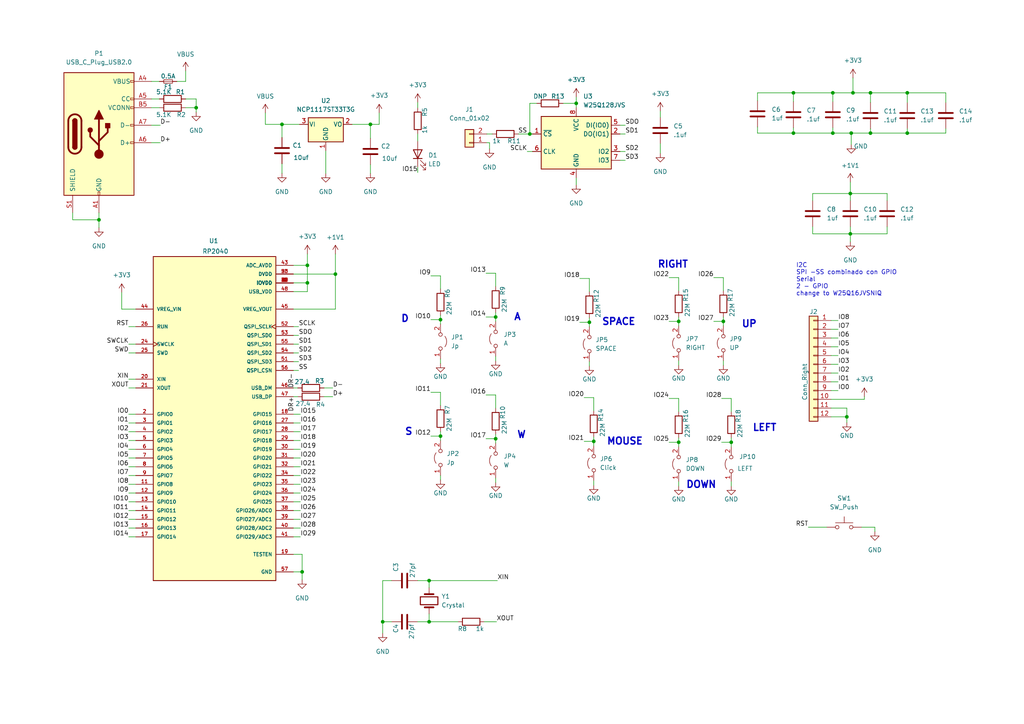
<source format=kicad_sch>
(kicad_sch (version 20230121) (generator eeschema)
  (paper "A4")
  (lib_symbols
    (symbol "Connector:USB_C_Plug_USB2.0" (pin_names (offset 1.016))
      (property "Reference" "P" (at -10.16 19.05 0))
      (property "Value" "USB_C_Plug_USB2.0" (at 12.7 19.05 0))
      (symbol "USB_C_Plug_USB2.0_1_1"
        (pin passive line (at 0 -22.86 90) (length 5.08) (name "GND") (number "A1"))
        (pin passive line (at 0 -22.86 90) (length 5.08) hide (name "GND") (number "A12"))
        (pin passive line (at 15.24 15.24 180) (length 5.08) (name "VBUS") (number "A4"))
        (pin bidirectional line (at 15.24 10.16 180) (length 5.08) (name "CC") (number "A5"))
        (pin bidirectional line (at 15.24 -2.54 180) (length 5.08) (name "D+") (number "A6"))
        (pin bidirectional line (at 15.24 2.54 180) (length 5.08) (name "D-") (number "A7"))
        (pin passive line (at 15.24 15.24 180) (length 5.08) hide (name "VBUS") (number "A9"))
        (pin passive line (at 0 -22.86 90) (length 5.08) hide (name "GND") (number "B1"))
        (pin passive line (at 0 -22.86 90) (length 5.08) hide (name "GND") (number "B12"))
        (pin passive line (at 15.24 15.24 180) (length 5.08) hide (name "VBUS") (number "B4"))
        (pin bidirectional line (at 15.24 7.62 180) (length 5.08) (name "VCONN") (number "B5"))
        (pin passive line (at 15.24 15.24 180) (length 5.08) hide (name "VBUS") (number "B9"))
        (pin passive line (at -7.62 -22.86 90) (length 5.08) (name "SHIELD") (number "S1"))
      )
    )
    (symbol "Connector_Generic:Conn_01x02" (pin_names (offset 1.016) hide)
      (property "Reference" "J" (at 0 2.54 0))
      (property "Value" "Conn_01x02" (at 0 -5.08 0))
      (symbol "Conn_01x02_1_1"
        (pin passive line (at -5.08 0 0) (length 3.81) (name "Pin_1") (number "1"))
        (pin passive line (at -5.08 -2.54 0) (length 3.81) (name "Pin_2") (number "2"))
      )
    )
    (symbol "Connector_Generic:Conn_01x12" (pin_names (offset 1.016) hide)
      (property "Reference" "J" (at 0 15.24 0))
      (property "Value" "Conn_01x12" (at 0 -17.78 0))
      (symbol "Conn_01x12_1_1"
        (pin passive line (at -5.08 12.7 0) (length 3.81) (name "Pin_1") (number "1"))
        (pin passive line (at -5.08 -10.16 0) (length 3.81) (name "Pin_10") (number "10"))
        (pin passive line (at -5.08 -12.7 0) (length 3.81) (name "Pin_11") (number "11"))
        (pin passive line (at -5.08 -15.24 0) (length 3.81) (name "Pin_12") (number "12"))
        (pin passive line (at -5.08 10.16 0) (length 3.81) (name "Pin_2") (number "2"))
        (pin passive line (at -5.08 7.62 0) (length 3.81) (name "Pin_3") (number "3"))
        (pin passive line (at -5.08 5.08 0) (length 3.81) (name "Pin_4") (number "4"))
        (pin passive line (at -5.08 2.54 0) (length 3.81) (name "Pin_5") (number "5"))
        (pin passive line (at -5.08 0 0) (length 3.81) (name "Pin_6") (number "6"))
        (pin passive line (at -5.08 -2.54 0) (length 3.81) (name "Pin_7") (number "7"))
        (pin passive line (at -5.08 -5.08 0) (length 3.81) (name "Pin_8") (number "8"))
        (pin passive line (at -5.08 -7.62 0) (length 3.81) (name "Pin_9") (number "9"))
      )
    )
    (symbol "Device:C" (pin_numbers hide) (pin_names (offset 0.254))
      (property "Reference" "C" (at 0.635 2.54 0))
      (property "Value" "C" (at 0.635 -2.54 0))
      (symbol "C_1_1"
        (pin passive line (at 0 3.81 270) (length 2.794) (name "~") (number "1"))
        (pin passive line (at 0 -3.81 90) (length 2.794) (name "~") (number "2"))
      )
    )
    (symbol "Device:Crystal" (pin_numbers hide) (pin_names (offset 1.016) hide)
      (property "Reference" "Y" (at 0 3.81 0))
      (property "Value" "Crystal" (at 0 -3.81 0))
      (symbol "Crystal_1_1"
        (pin passive line (at -3.81 0 0) (length 1.27) (name "1") (number "1"))
        (pin passive line (at 3.81 0 180) (length 1.27) (name "2") (number "2"))
      )
    )
    (symbol "Device:Fuse_Small" (pin_numbers hide) (pin_names (offset 0.254) hide)
      (property "Reference" "F" (at 0 -1.524 0))
      (property "Value" "Fuse_Small" (at 0 1.524 0))
      (symbol "Fuse_Small_1_1"
        (pin passive line (at -2.54 0 0) (length 1.27) (name "~") (number "1"))
        (pin passive line (at 2.54 0 180) (length 1.27) (name "~") (number "2"))
      )
    )
    (symbol "Device:LED" (pin_numbers hide) (pin_names (offset 1.016) hide)
      (property "Reference" "D" (at 0 2.54 0))
      (property "Value" "LED" (at 0 -2.54 0))
      (symbol "LED_1_1"
        (pin passive line (at -3.81 0 0) (length 2.54) (name "K") (number "1"))
        (pin passive line (at 3.81 0 180) (length 2.54) (name "A") (number "2"))
      )
    )
    (symbol "Device:R" (pin_numbers hide) (pin_names (offset 0))
      (property "Reference" "R" (at 2.032 0 90))
      (property "Value" "R" (at 0 0 90))
      (symbol "R_1_1"
        (pin passive line (at 0 3.81 270) (length 1.27) (name "~") (number "1"))
        (pin passive line (at 0 -3.81 90) (length 1.27) (name "~") (number "2"))
      )
    )
    (symbol "Jumper:Jumper_2_Open" (pin_names (offset 0) hide)
      (property "Reference" "JP" (at 0 2.794 0))
      (property "Value" "Jumper_2_Open" (at 0 -2.286 0))
      (symbol "Jumper_2_Open_1_1"
        (pin passive line (at -5.08 0 0) (length 2.54) (name "A") (number "1"))
        (pin passive line (at 5.08 0 180) (length 2.54) (name "B") (number "2"))
      )
    )
    (symbol "Memory_Flash:W25Q128JVS"
      (property "Reference" "U" (at -8.89 8.89 0))
      (property "Value" "W25Q128JVS" (at 7.62 8.89 0))
      (symbol "W25Q128JVS_1_1"
        (pin input line (at -12.7 2.54 0) (length 2.54) (name "~{CS}") (number "1"))
        (pin bidirectional line (at 12.7 2.54 180) (length 2.54) (name "DO(IO1)") (number "2"))
        (pin bidirectional line (at 12.7 -2.54 180) (length 2.54) (name "IO2") (number "3"))
        (pin power_in line (at 0 -10.16 90) (length 2.54) (name "GND") (number "4"))
        (pin bidirectional line (at 12.7 5.08 180) (length 2.54) (name "DI(IO0)") (number "5"))
        (pin input line (at -12.7 -2.54 0) (length 2.54) (name "CLK") (number "6"))
        (pin bidirectional line (at 12.7 -5.08 180) (length 2.54) (name "IO3") (number "7"))
        (pin power_in line (at 0 10.16 270) (length 2.54) (name "VCC") (number "8"))
      )
    )
    (symbol "RP2040:RP2040" (pin_names (offset 1.016))
      (property "Reference" "U" (at -17.78 50.8 0))
      (property "Value" "RP2040" (at -17.78 -48.26 0))
      (symbol "RP2040_0_0"
        (pin power_in line (at 22.86 40.64 180) (length 5.08) (name "IOVDD") (number "1"))
        (pin power_in line (at 22.86 40.64 180) (length 5.08) (name "IOVDD") (number "10"))
        (pin bidirectional line (at -22.86 -17.78 0) (length 5.08) (name "GPIO8") (number "11"))
        (pin bidirectional line (at -22.86 -20.32 0) (length 5.08) (name "GPIO9") (number "12"))
        (pin bidirectional line (at -22.86 -22.86 0) (length 5.08) (name "GPIO10") (number "13"))
        (pin bidirectional line (at -22.86 -25.4 0) (length 5.08) (name "GPIO11") (number "14"))
        (pin bidirectional line (at -22.86 -27.94 0) (length 5.08) (name "GPIO12") (number "15"))
        (pin bidirectional line (at -22.86 -30.48 0) (length 5.08) (name "GPIO13") (number "16"))
        (pin bidirectional line (at -22.86 -33.02 0) (length 5.08) (name "GPIO14") (number "17"))
        (pin bidirectional line (at 22.86 2.54 180) (length 5.08) (name "GPIO15") (number "18"))
        (pin passive line (at 22.86 -38.1 180) (length 5.08) (name "TESTEN") (number "19"))
        (pin bidirectional line (at -22.86 2.54 0) (length 5.08) (name "GPIO0") (number "2"))
        (pin input line (at -22.86 12.7 0) (length 5.08) (name "XIN") (number "20"))
        (pin output line (at -22.86 10.16 0) (length 5.08) (name "XOUT") (number "21"))
        (pin power_in line (at 22.86 40.64 180) (length 5.08) (name "IOVDD") (number "22"))
        (pin power_in line (at 22.86 43.18 180) (length 5.08) (name "DVDD") (number "23"))
        (pin input clock (at -22.86 22.86 0) (length 5.08) (name "SWCLK") (number "24"))
        (pin bidirectional line (at -22.86 20.32 0) (length 5.08) (name "SWD") (number "25"))
        (pin input line (at -22.86 27.94 0) (length 5.08) (name "RUN") (number "26"))
        (pin bidirectional line (at 22.86 0 180) (length 5.08) (name "GPIO16") (number "27"))
        (pin bidirectional line (at 22.86 -2.54 180) (length 5.08) (name "GPIO17") (number "28"))
        (pin bidirectional line (at 22.86 -5.08 180) (length 5.08) (name "GPIO18") (number "29"))
        (pin bidirectional line (at -22.86 0 0) (length 5.08) (name "GPIO1") (number "3"))
        (pin bidirectional line (at 22.86 -7.62 180) (length 5.08) (name "GPIO19") (number "30"))
        (pin bidirectional line (at 22.86 -10.16 180) (length 5.08) (name "GPIO20") (number "31"))
        (pin bidirectional line (at 22.86 -12.7 180) (length 5.08) (name "GPIO21") (number "32"))
        (pin power_in line (at 22.86 40.64 180) (length 5.08) (name "IOVDD") (number "33"))
        (pin bidirectional line (at 22.86 -15.24 180) (length 5.08) (name "GPIO22") (number "34"))
        (pin bidirectional line (at 22.86 -17.78 180) (length 5.08) (name "GPIO23") (number "35"))
        (pin bidirectional line (at 22.86 -20.32 180) (length 5.08) (name "GPIO24") (number "36"))
        (pin bidirectional line (at 22.86 -22.86 180) (length 5.08) (name "GPIO25") (number "37"))
        (pin bidirectional line (at 22.86 -25.4 180) (length 5.08) (name "GPIO26/ADC0") (number "38"))
        (pin bidirectional line (at 22.86 -27.94 180) (length 5.08) (name "GPIO27/ADC1") (number "39"))
        (pin bidirectional line (at -22.86 -2.54 0) (length 5.08) (name "GPIO2") (number "4"))
        (pin bidirectional line (at 22.86 -30.48 180) (length 5.08) (name "GPIO28/ADC2") (number "40"))
        (pin bidirectional line (at 22.86 -33.02 180) (length 5.08) (name "GPIO29/ADC3") (number "41"))
        (pin power_in line (at 22.86 40.64 180) (length 5.08) (name "IOVDD") (number "42"))
        (pin power_in line (at 22.86 45.72 180) (length 5.08) (name "ADC_AVDD") (number "43"))
        (pin input line (at -22.86 33.02 0) (length 5.08) (name "VREG_VIN") (number "44"))
        (pin output line (at 22.86 33.02 180) (length 5.08) (name "VREG_VOUT") (number "45"))
        (pin bidirectional line (at 22.86 10.16 180) (length 5.08) (name "USB_DM") (number "46"))
        (pin bidirectional line (at 22.86 7.62 180) (length 5.08) (name "USB_DP") (number "47"))
        (pin power_in line (at 22.86 38.1 180) (length 5.08) (name "USB_VDD") (number "48"))
        (pin power_in line (at 22.86 40.64 180) (length 5.08) (name "IOVDD") (number "49"))
        (pin bidirectional line (at -22.86 -5.08 0) (length 5.08) (name "GPIO3") (number "5"))
        (pin power_in line (at 22.86 43.18 180) (length 5.08) (name "DVDD") (number "50"))
        (pin bidirectional line (at 22.86 17.78 180) (length 5.08) (name "QSPI_SD3") (number "51"))
        (pin bidirectional clock (at 22.86 27.94 180) (length 5.08) (name "QSPI_SCLK") (number "52"))
        (pin bidirectional line (at 22.86 25.4 180) (length 5.08) (name "QSPI_SD0") (number "53"))
        (pin bidirectional line (at 22.86 20.32 180) (length 5.08) (name "QSPI_SD2") (number "54"))
        (pin bidirectional line (at 22.86 22.86 180) (length 5.08) (name "QSPI_SD1") (number "55"))
        (pin bidirectional line (at 22.86 15.24 180) (length 5.08) (name "QSPI_CSN") (number "56"))
        (pin power_in line (at 22.86 -43.18 180) (length 5.08) (name "GND") (number "57"))
        (pin bidirectional line (at -22.86 -7.62 0) (length 5.08) (name "GPIO4") (number "6"))
        (pin bidirectional line (at -22.86 -10.16 0) (length 5.08) (name "GPIO5") (number "7"))
        (pin bidirectional line (at -22.86 -12.7 0) (length 5.08) (name "GPIO6") (number "8"))
        (pin bidirectional line (at -22.86 -15.24 0) (length 5.08) (name "GPIO7") (number "9"))
      )
    )
    (symbol "Regulator_Linear:NCP1117-3.3_SOT223" (pin_names (offset 0.254))
      (property "Reference" "U" (at -3.81 3.175 0))
      (property "Value" "NCP1117-3.3_SOT223" (at 0 3.175 0))
      (symbol "NCP1117-3.3_SOT223_1_1"
        (pin power_in line (at 0 -7.62 90) (length 2.54) (name "GND") (number "1"))
        (pin power_out line (at 7.62 0 180) (length 2.54) (name "VO") (number "2"))
        (pin power_in line (at -7.62 0 0) (length 2.54) (name "VI") (number "3"))
      )
    )
    (symbol "Switch:SW_Push" (pin_numbers hide) (pin_names (offset 1.016) hide)
      (property "Reference" "SW" (at 1.27 2.54 0))
      (property "Value" "SW_Push" (at 0 -1.524 0))
      (symbol "SW_Push_0_1"
        (pin passive line (at -5.08 0 0) (length 2.54) (name "1") (number "1"))
        (pin passive line (at 5.08 0 180) (length 2.54) (name "2") (number "2"))
      )
    )
    (symbol "power:+1V1" (power) (pin_names (offset 0))
      (property "Value" "+1V1" (at 0 3.556 0))
      (symbol "+1V1_1_1"
        (pin power_in line (at 0 0 90) (length 0) hide (name "+1V1") (number "1"))
      )
    )
    (symbol "power:+3.3V" (power) (pin_names (offset 0))
      (property "Value" "+3.3V" (at 0 3.556 0))
      (symbol "+3.3V_1_1"
        (pin power_in line (at 0 0 90) (length 0) hide (name "+3V3") (number "1"))
      )
    )
    (symbol "power:GND" (power) (pin_names (offset 0))
      (property "Value" "GND" (at 0 -3.81 0))
      (symbol "GND_1_1"
        (pin power_in line (at 0 0 270) (length 0) hide (name "GND") (number "1"))
      )
    )
    (symbol "power:VBUS" (power) (pin_names (offset 0))
      (property "Value" "VBUS" (at 0 3.81 0))
      (symbol "VBUS_1_1"
        (pin power_in line (at 0 0 90) (length 0) hide (name "VBUS") (number "1"))
      )
    )
  )
  (junction (at 143.764 91.948))
  (junction (at 241.554 26.924))
  (junction (at 89.154 82.042))
  (junction (at 97.282 79.502))
  (junction (at 209.804 93.218))
  (junction (at 81.788 36.068))
  (junction (at 230.124 38.608))
  (junction (at 245.618 120.904))
  (junction (at 28.702 63.754))
  (junction (at 153.67 38.862))
  (junction (at 89.154 76.962))
  (junction (at 263.144 38.608))
  (junction (at 263.144 26.924))
  (junction (at 143.764 127.254))
  (junction (at 124.46 180.34))
  (junction (at 170.942 93.472))
  (junction (at 87.63 165.862))
  (junction (at 241.554 38.608))
  (junction (at 107.442 36.068))
  (junction (at 252.476 26.924))
  (junction (at 127.762 126.492))
  (junction (at 127.762 92.71))
  (junction (at 124.46 168.402))
  (junction (at 172.212 128.016))
  (junction (at 246.634 56.134))
  (junction (at 56.896 31.242))
  (junction (at 196.85 128.27))
  (junction (at 246.634 67.818))
  (junction (at 196.85 93.218))
  (junction (at 230.124 26.924))
  (junction (at 110.998 180.34))
  (junction (at 212.09 128.27))
  (junction (at 247.396 26.924))
  (junction (at 252.476 38.608))
  (junction (at 167.132 29.972))
  (junction (at 246.888 38.608))
  (wire (pts (xy 246.634 67.818) (xy 235.712 67.818)))
  (wire (pts (xy 85.09 137.922) (xy 87.122 137.922)))
  (wire (pts (xy 85.09 150.622) (xy 87.122 150.622)))
  (wire (pts (xy 143.764 103.378) (xy 143.764 104.648)))
  (wire (pts (xy 209.296 128.27) (xy 212.09 128.27)))
  (wire (pts (xy 141.224 38.862) (xy 142.748 38.862)))
  (wire (pts (xy 85.09 89.662) (xy 97.282 89.662)))
  (wire (pts (xy 143.764 127.254) (xy 143.764 128.524)))
  (wire (pts (xy 230.124 38.608) (xy 241.554 38.608)))
  (wire (pts (xy 85.09 155.702) (xy 87.122 155.702)))
  (wire (pts (xy 53.848 20.574) (xy 53.848 23.622)))
  (wire (pts (xy 241.046 95.504) (xy 243.078 95.504)))
  (wire (pts (xy 246.634 56.134) (xy 246.634 58.166)))
  (wire (pts (xy 37.338 153.162) (xy 39.37 153.162)))
  (wire (pts (xy 194.056 115.57) (xy 196.85 115.57)))
  (wire (pts (xy 124.968 80.01) (xy 127.762 80.01)))
  (wire (pts (xy 263.144 26.924) (xy 274.32 26.924)))
  (wire (pts (xy 85.09 145.542) (xy 87.122 145.542)))
  (wire (pts (xy 241.046 115.824) (xy 250.698 115.824)))
  (wire (pts (xy 121.158 38.862) (xy 121.158 40.894)))
  (wire (pts (xy 85.09 153.162) (xy 87.122 153.162)))
  (wire (pts (xy 170.942 104.902) (xy 170.942 106.172)))
  (wire (pts (xy 241.554 26.924) (xy 247.396 26.924)))
  (wire (pts (xy 143.764 138.684) (xy 143.764 139.954)))
  (wire (pts (xy 37.338 127.762) (xy 39.37 127.762)))
  (wire (pts (xy 167.132 51.562) (xy 167.132 53.594)))
  (wire (pts (xy 252.476 38.608) (xy 263.144 38.608)))
  (wire (pts (xy 153.67 29.972) (xy 153.67 38.862)))
  (wire (pts (xy 97.282 79.502) (xy 97.282 89.662)))
  (wire (pts (xy 37.338 155.702) (xy 39.37 155.702)))
  (wire (pts (xy 85.09 79.502) (xy 97.282 79.502)))
  (wire (pts (xy 124.968 92.71) (xy 127.762 92.71)))
  (wire (pts (xy 212.09 127) (xy 212.09 128.27)))
  (wire (pts (xy 196.85 93.218) (xy 196.85 94.488)))
  (wire (pts (xy 230.124 37.084) (xy 230.124 38.608)))
  (wire (pts (xy 196.85 91.948) (xy 196.85 93.218)))
  (wire (pts (xy 246.634 67.818) (xy 246.634 70.104)))
  (wire (pts (xy 37.338 120.142) (xy 39.37 120.142)))
  (wire (pts (xy 85.09 135.382) (xy 87.122 135.382)))
  (wire (pts (xy 85.09 122.682) (xy 87.122 122.682)))
  (wire (pts (xy 191.516 32.258) (xy 191.516 34.036)))
  (wire (pts (xy 37.338 148.082) (xy 39.37 148.082)))
  (wire (pts (xy 76.962 32.766) (xy 76.962 36.068)))
  (wire (pts (xy 246.634 65.786) (xy 246.634 67.818)))
  (wire (pts (xy 107.442 47.752) (xy 107.442 50.292)))
  (wire (pts (xy 230.124 38.608) (xy 219.71 38.608)))
  (wire (pts (xy 235.712 58.166) (xy 235.712 56.134)))
  (wire (pts (xy 252.476 26.924) (xy 263.144 26.924)))
  (wire (pts (xy 28.702 63.754) (xy 28.702 66.04)))
  (wire (pts (xy 230.124 29.464) (xy 230.124 26.924)))
  (wire (pts (xy 196.85 104.648) (xy 196.85 105.918)))
  (wire (pts (xy 85.09 104.902) (xy 86.614 104.902)))
  (wire (pts (xy 194.056 80.518) (xy 196.85 80.518)))
  (wire (pts (xy 245.618 120.904) (xy 245.618 122.555)))
  (wire (pts (xy 241.046 118.364) (xy 245.618 118.364)))
  (wire (pts (xy 127.762 117.602) (xy 127.762 113.792)))
  (wire (pts (xy 230.124 26.924) (xy 241.554 26.924)))
  (wire (pts (xy 107.442 40.132) (xy 107.442 36.068)))
  (wire (pts (xy 241.046 100.584) (xy 243.078 100.584)))
  (wire (pts (xy 121.158 180.34) (xy 124.46 180.34)))
  (wire (pts (xy 241.046 103.124) (xy 243.078 103.124)))
  (wire (pts (xy 209.804 91.948) (xy 209.804 93.218)))
  (wire (pts (xy 212.09 128.27) (xy 212.09 129.54)))
  (wire (pts (xy 155.702 29.972) (xy 153.67 29.972)))
  (wire (pts (xy 209.804 104.648) (xy 209.804 105.918)))
  (wire (pts (xy 252.476 37.338) (xy 252.476 38.608)))
  (wire (pts (xy 85.09 160.782) (xy 87.63 160.782)))
  (wire (pts (xy 241.046 108.204) (xy 243.078 108.204)))
  (wire (pts (xy 241.554 38.608) (xy 246.888 38.608)))
  (wire (pts (xy 257.302 56.134) (xy 257.302 58.166)))
  (wire (pts (xy 110.998 180.34) (xy 110.998 168.402)))
  (wire (pts (xy 141.986 43.18) (xy 141.986 41.402)))
  (wire (pts (xy 170.942 84.582) (xy 170.942 80.772)))
  (wire (pts (xy 37.338 137.922) (xy 39.37 137.922)))
  (wire (pts (xy 37.338 99.822) (xy 39.37 99.822)))
  (wire (pts (xy 168.148 80.772) (xy 170.942 80.772)))
  (wire (pts (xy 219.71 26.924) (xy 230.124 26.924)))
  (wire (pts (xy 110.998 183.642) (xy 110.998 180.34)))
  (wire (pts (xy 37.338 125.222) (xy 39.37 125.222)))
  (wire (pts (xy 35.306 89.662) (xy 39.37 89.662)))
  (wire (pts (xy 257.302 65.786) (xy 257.302 67.818)))
  (wire (pts (xy 127.762 137.922) (xy 127.762 139.192)))
  (wire (pts (xy 85.09 102.362) (xy 86.614 102.362)))
  (wire (pts (xy 127.762 83.82) (xy 127.762 80.01)))
  (wire (pts (xy 235.712 67.818) (xy 235.712 65.786)))
  (wire (pts (xy 81.788 47.498) (xy 81.788 50.292)))
  (wire (pts (xy 172.212 119.126) (xy 172.212 115.316)))
  (wire (pts (xy 163.322 29.972) (xy 167.132 29.972)))
  (wire (pts (xy 141.986 41.402) (xy 141.224 41.402)))
  (wire (pts (xy 85.09 165.862) (xy 87.63 165.862)))
  (wire (pts (xy 110.998 168.402) (xy 113.538 168.402)))
  (wire (pts (xy 143.764 83.058) (xy 143.764 79.248)))
  (wire (pts (xy 263.144 26.924) (xy 263.144 29.718)))
  (wire (pts (xy 241.554 37.084) (xy 241.554 38.608)))
  (wire (pts (xy 109.982 32.766) (xy 109.982 36.068)))
  (wire (pts (xy 37.338 135.382) (xy 39.37 135.382)))
  (wire (pts (xy 194.056 128.27) (xy 196.85 128.27)))
  (wire (pts (xy 247.396 22.606) (xy 247.396 26.924)))
  (wire (pts (xy 140.97 91.948) (xy 143.764 91.948)))
  (wire (pts (xy 37.338 145.542) (xy 39.37 145.542)))
  (wire (pts (xy 196.85 128.27) (xy 196.85 129.54)))
  (wire (pts (xy 274.32 29.718) (xy 274.32 26.924)))
  (wire (pts (xy 21.082 61.722) (xy 21.082 63.754)))
  (wire (pts (xy 241.046 105.664) (xy 243.078 105.664)))
  (wire (pts (xy 250.698 115.824) (xy 250.698 115.062)))
  (wire (pts (xy 207.01 80.518) (xy 209.804 80.518)))
  (wire (pts (xy 53.848 23.622) (xy 51.308 23.622)))
  (wire (pts (xy 127.762 126.492) (xy 127.762 127.762)))
  (wire (pts (xy 37.338 122.682) (xy 39.37 122.682)))
  (wire (pts (xy 143.764 118.364) (xy 143.764 114.554)))
  (wire (pts (xy 124.968 126.492) (xy 127.762 126.492)))
  (wire (pts (xy 196.85 127) (xy 196.85 128.27)))
  (wire (pts (xy 121.158 48.514) (xy 121.158 50.038)))
  (wire (pts (xy 85.09 132.842) (xy 87.122 132.842)))
  (wire (pts (xy 167.132 29.972) (xy 167.132 31.242)))
  (wire (pts (xy 85.09 148.082) (xy 87.122 148.082)))
  (wire (pts (xy 56.896 28.702) (xy 56.896 31.242)))
  (wire (pts (xy 35.306 84.836) (xy 35.306 89.662)))
  (wire (pts (xy 124.46 180.34) (xy 124.46 178.054)))
  (wire (pts (xy 85.09 127.762) (xy 87.122 127.762)))
  (wire (pts (xy 85.09 115.062) (xy 86.36 115.062)))
  (wire (pts (xy 109.982 36.068) (xy 107.442 36.068)))
  (wire (pts (xy 81.788 36.068) (xy 86.868 36.068)))
  (wire (pts (xy 263.144 38.608) (xy 274.32 38.608)))
  (wire (pts (xy 143.764 90.678) (xy 143.764 91.948)))
  (wire (pts (xy 241.046 110.744) (xy 243.078 110.744)))
  (wire (pts (xy 241.046 92.964) (xy 243.078 92.964)))
  (wire (pts (xy 154.432 43.942) (xy 152.908 43.942)))
  (wire (pts (xy 257.302 67.818) (xy 246.634 67.818)))
  (wire (pts (xy 85.09 143.002) (xy 87.122 143.002)))
  (wire (pts (xy 89.154 73.66) (xy 89.154 76.962)))
  (wire (pts (xy 253.746 152.908) (xy 253.746 154.178)))
  (wire (pts (xy 150.368 38.862) (xy 153.67 38.862)))
  (wire (pts (xy 196.85 119.38) (xy 196.85 115.57)))
  (wire (pts (xy 194.056 93.218) (xy 196.85 93.218)))
  (wire (pts (xy 234.442 152.908) (xy 239.776 152.908)))
  (wire (pts (xy 76.962 36.068) (xy 81.788 36.068)))
  (wire (pts (xy 43.942 41.402) (xy 46.482 41.402)))
  (wire (pts (xy 37.338 132.842) (xy 39.37 132.842)))
  (wire (pts (xy 85.09 120.142) (xy 87.122 120.142)))
  (wire (pts (xy 37.338 109.982) (xy 39.37 109.982)))
  (wire (pts (xy 85.09 82.042) (xy 89.154 82.042)))
  (wire (pts (xy 179.832 36.322) (xy 181.356 36.322)))
  (wire (pts (xy 246.634 52.832) (xy 246.634 56.134)))
  (wire (pts (xy 37.338 102.362) (xy 39.37 102.362)))
  (wire (pts (xy 85.09 140.462) (xy 87.122 140.462)))
  (wire (pts (xy 143.764 91.948) (xy 143.764 93.218)))
  (wire (pts (xy 127.762 125.222) (xy 127.762 126.492)))
  (wire (pts (xy 89.154 82.042) (xy 89.154 84.582)))
  (wire (pts (xy 196.85 84.328) (xy 196.85 80.518)))
  (wire (pts (xy 124.46 168.402) (xy 144.272 168.402)))
  (wire (pts (xy 132.842 180.34) (xy 124.46 180.34)))
  (wire (pts (xy 85.09 130.302) (xy 87.122 130.302)))
  (wire (pts (xy 85.09 99.822) (xy 86.614 99.822)))
  (wire (pts (xy 246.888 38.608) (xy 246.888 41.91)))
  (wire (pts (xy 246.634 56.134) (xy 257.302 56.134)))
  (wire (pts (xy 127.762 92.71) (xy 127.762 93.98)))
  (wire (pts (xy 93.98 112.522) (xy 96.52 112.522)))
  (wire (pts (xy 37.338 150.622) (xy 39.37 150.622)))
  (wire (pts (xy 172.212 128.016) (xy 172.212 129.286)))
  (wire (pts (xy 37.338 140.462) (xy 39.37 140.462)))
  (wire (pts (xy 209.804 84.328) (xy 209.804 80.518)))
  (wire (pts (xy 121.158 168.402) (xy 124.46 168.402)))
  (wire (pts (xy 140.97 127.254) (xy 143.764 127.254)))
  (wire (pts (xy 85.09 125.222) (xy 87.122 125.222)))
  (wire (pts (xy 241.554 26.924) (xy 241.554 29.464)))
  (wire (pts (xy 246.888 38.608) (xy 252.476 38.608)))
  (wire (pts (xy 169.418 115.316) (xy 172.212 115.316)))
  (wire (pts (xy 212.09 119.38) (xy 212.09 115.57)))
  (wire (pts (xy 179.832 46.482) (xy 181.356 46.482)))
  (wire (pts (xy 167.132 28.194) (xy 167.132 29.972)))
  (wire (pts (xy 110.998 180.34) (xy 113.538 180.34)))
  (wire (pts (xy 37.338 130.302) (xy 39.37 130.302)))
  (wire (pts (xy 56.896 31.242) (xy 56.896 32.512)))
  (wire (pts (xy 89.154 76.962) (xy 89.154 82.042)))
  (wire (pts (xy 37.338 94.742) (xy 39.37 94.742)))
  (wire (pts (xy 85.09 97.282) (xy 86.614 97.282)))
  (wire (pts (xy 85.09 94.742) (xy 86.614 94.742)))
  (wire (pts (xy 249.936 152.908) (xy 253.746 152.908)))
  (wire (pts (xy 263.144 37.338) (xy 263.144 38.608)))
  (wire (pts (xy 85.09 76.962) (xy 89.154 76.962)))
  (wire (pts (xy 28.702 61.722) (xy 28.702 63.754)))
  (wire (pts (xy 21.082 63.754) (xy 28.702 63.754)))
  (wire (pts (xy 245.618 120.904) (xy 245.618 118.364)))
  (wire (pts (xy 170.942 93.472) (xy 170.942 94.742)))
  (wire (pts (xy 209.296 115.57) (xy 212.09 115.57)))
  (wire (pts (xy 241.046 113.284) (xy 243.078 113.284)))
  (wire (pts (xy 37.338 143.002) (xy 39.37 143.002)))
  (wire (pts (xy 43.942 28.702) (xy 46.228 28.702)))
  (wire (pts (xy 127.762 104.14) (xy 127.762 105.41)))
  (wire (pts (xy 97.282 73.66) (xy 97.282 79.502)))
  (wire (pts (xy 179.832 43.942) (xy 181.356 43.942)))
  (wire (pts (xy 87.63 160.782) (xy 87.63 165.862)))
  (wire (pts (xy 85.09 112.522) (xy 86.36 112.522)))
  (wire (pts (xy 169.418 128.016) (xy 172.212 128.016)))
  (wire (pts (xy 191.516 41.656) (xy 191.516 44.45)))
  (wire (pts (xy 140.97 114.554) (xy 143.764 114.554)))
  (wire (pts (xy 235.712 56.134) (xy 246.634 56.134)))
  (wire (pts (xy 124.46 170.434) (xy 124.46 168.402)))
  (wire (pts (xy 196.85 139.7) (xy 196.85 140.97)))
  (wire (pts (xy 43.942 36.322) (xy 46.482 36.322)))
  (wire (pts (xy 209.804 93.218) (xy 209.804 94.488)))
  (wire (pts (xy 43.942 23.622) (xy 46.228 23.622)))
  (wire (pts (xy 172.212 139.446) (xy 172.212 140.716)))
  (wire (pts (xy 140.462 180.34) (xy 144.018 180.34)))
  (wire (pts (xy 124.968 113.792) (xy 127.762 113.792)))
  (wire (pts (xy 207.01 93.218) (xy 209.804 93.218)))
  (wire (pts (xy 53.848 31.242) (xy 56.896 31.242)))
  (wire (pts (xy 143.764 125.984) (xy 143.764 127.254)))
  (wire (pts (xy 93.98 115.062) (xy 96.52 115.062)))
  (wire (pts (xy 87.63 165.862) (xy 87.63 168.148)))
  (wire (pts (xy 172.212 126.746) (xy 172.212 128.016)))
  (wire (pts (xy 219.71 38.608) (xy 219.71 36.83)))
  (wire (pts (xy 219.71 29.21) (xy 219.71 26.924)))
  (wire (pts (xy 179.832 38.862) (xy 181.356 38.862)))
  (wire (pts (xy 140.97 79.248) (xy 143.764 79.248)))
  (wire (pts (xy 212.09 139.7) (xy 212.09 140.97)))
  (wire (pts (xy 274.32 38.608) (xy 274.32 37.338)))
  (wire (pts (xy 121.158 29.718) (xy 121.158 31.242)))
  (wire (pts (xy 154.432 38.862) (xy 153.67 38.862)))
  (wire (pts (xy 127.762 91.44) (xy 127.762 92.71)))
  (wire (pts (xy 102.108 36.068) (xy 107.442 36.068)))
  (wire (pts (xy 43.942 31.242) (xy 46.228 31.242)))
  (wire (pts (xy 241.046 98.044) (xy 243.078 98.044)))
  (wire (pts (xy 81.788 39.878) (xy 81.788 36.068)))
  (wire (pts (xy 252.476 26.924) (xy 252.476 29.718)))
  (wire (pts (xy 85.09 107.442) (xy 86.614 107.442)))
  (wire (pts (xy 85.09 84.582) (xy 89.154 84.582)))
  (wire (pts (xy 247.396 26.924) (xy 252.476 26.924)))
  (wire (pts (xy 94.488 43.688) (xy 94.488 50.292)))
  (wire (pts (xy 241.046 120.904) (xy 245.618 120.904)))
  (wire (pts (xy 168.148 93.472) (xy 170.942 93.472)))
  (wire (pts (xy 37.338 112.522) (xy 39.37 112.522)))
  (wire (pts (xy 170.942 92.202) (xy 170.942 93.472)))
  (wire (pts (xy 53.848 28.702) (xy 56.896 28.702)))
  (text "MOUSE" (at 175.895 129.286 0) (effects (font (size 2 2) bold) (justify left bottom)))
  (text "LEFT" (at 218.186 125.349 0) (effects (font (size 2 2) bold) (justify left bottom)))
  (text "SPACE" (at 174.498 94.615 0) (effects (font (size 2 2) bold) (justify left bottom)))
  (text "S" (at 117.348 126.492 0) (effects (font (size 2 2) bold) (justify left bottom)))
  (text "A" (at 148.971 93.218 0) (effects (font (size 2 2) bold) (justify left bottom)))
  (text "D" (at 116.205 93.726 0) (effects (font (size 2 2) (thickness 0.4) bold) (justify left bottom)))
  (text "I2C\nSPI -SS combinado con GPIO\nSerial\n2 - GPIO\nchange to W25Q16JVSNIQ" (at 230.886 85.979 0) (effects (font (size 1.27 1.27)) (justify left bottom)))
  (text "RIGHT" (at 190.627 77.978 0) (effects (font (size 2 2) bold) (justify left bottom)))
  (text "UP" (at 215.011 95.25 0) (effects (font (size 2 2) bold) (justify left bottom)))
  (text "DOWN" (at 198.882 141.859 0) (effects (font (size 2 2) bold) (justify left bottom)))
  (text "W" (at 149.86 127.381 0) (effects (font (size 2 2) bold) (justify left bottom)))
  (label "IO11" (at 37.338 148.082 180))
  (label "SD3" (at 181.356 46.482 0))
  (label "IO8" (at 243.078 92.964 0))
  (label "IO15" (at 87.122 120.142 0))
  (label "IO19" (at 168.148 93.472 180))
  (label "SD2" (at 181.356 43.942 0))
  (label "D-" (at 96.52 112.522 0))
  (label "IO11" (at 124.968 113.792 180))
  (label "IO22" (at 194.056 80.518 180))
  (label "SWCLK" (at 37.338 99.822 180))
  (label "IO17" (at 87.122 125.222 0))
  (label "IO21" (at 169.418 128.016 180))
  (label "IO12" (at 37.338 150.622 180))
  (label "IO20" (at 169.418 115.316 180))
  (label "SDO" (at 181.356 36.322 0))
  (label "IO29" (at 87.122 155.702 0))
  (label "IO4" (at 243.078 103.124 0))
  (label "IO9" (at 37.338 143.002 180))
  (label "SWD" (at 37.338 102.362 180))
  (label "IO8" (at 37.338 140.462 180))
  (label "IO13" (at 37.338 153.162 180))
  (label "IO16" (at 87.122 122.682 0))
  (label "XIN" (at 144.272 168.402 0))
  (label "SCLK" (at 152.908 43.942 180))
  (label "RST" (at 37.338 94.742 180))
  (label "IO7" (at 37.338 137.922 180))
  (label "IO3" (at 37.338 127.762 180))
  (label "IO10" (at 124.968 92.71 180))
  (label "SD1" (at 181.356 38.862 0))
  (label "IO1" (at 37.338 122.682 180))
  (label "IO10" (at 37.338 145.542 180))
  (label "SD3" (at 86.614 104.902 0))
  (label "IO5" (at 37.338 132.842 180))
  (label "IO7" (at 243.078 95.504 0))
  (label "IO24" (at 87.122 143.002 0))
  (label "IO28" (at 87.122 153.162 0))
  (label "IO22" (at 87.122 137.922 0))
  (label "IO20" (at 87.122 132.842 0))
  (label "IO0" (at 37.338 120.142 180))
  (label "SS" (at 86.614 107.442 0))
  (label "IO27" (at 207.01 93.218 180))
  (label "IO5" (at 243.078 100.584 0))
  (label "IO4" (at 37.338 130.302 180))
  (label "IO1" (at 243.078 110.744 0))
  (label "IO6" (at 243.078 98.044 0))
  (label "IO15" (at 121.158 50.038 180))
  (label "IO14" (at 37.338 155.702 180))
  (label "IO29" (at 209.296 128.27 180))
  (label "D+" (at 46.482 41.402 0))
  (label "D-" (at 46.482 36.322 0))
  (label "IO23" (at 87.122 140.462 0))
  (label "IO25" (at 87.122 145.542 0))
  (label "IO13" (at 140.97 79.248 180))
  (label "IO26" (at 207.01 80.518 180))
  (label "IO16" (at 140.97 114.554 180))
  (label "SS" (at 152.908 38.862 180))
  (label "IO21" (at 87.122 135.382 0))
  (label "IO18" (at 87.122 127.762 0))
  (label "IO2" (at 37.338 125.222 180))
  (label "IO24" (at 194.056 115.57 180))
  (label "IO25" (at 194.056 128.27 180))
  (label "IO3" (at 243.078 105.664 0))
  (label "XOUT" (at 144.018 180.34 0))
  (label "IO26" (at 87.122 148.082 0))
  (label "IO9" (at 124.968 80.01 180))
  (label "DR+" (at 85.471 115.062 270))
  (label "SD1" (at 86.614 99.822 0))
  (label "SDO" (at 86.614 97.282 0))
  (label "IO23" (at 194.056 93.218 180))
  (label "RST" (at 234.442 152.908 180))
  (label "IO12" (at 124.968 126.492 180))
  (label "IO0" (at 243.078 113.284 0))
  (label "IO17" (at 140.97 127.254 180))
  (label "SD2" (at 86.614 102.362 0))
  (label "IO18" (at 168.148 80.772 180))
  (label "IO28" (at 209.296 115.57 180))
  (label "XOUT" (at 37.338 112.522 180))
  (label "IO6" (at 37.338 135.382 180))
  (label "SCLK" (at 86.614 94.742 0))
  (label "DR-" (at 85.471 112.522 90))
  (label "D+" (at 96.52 115.062 0))
  (label "IO2" (at 243.078 108.204 0))
  (label "IO19" (at 87.122 130.302 0))
  (label "XIN" (at 37.338 109.982 180))
  (label "IO14" (at 140.97 91.948 180))
  (label "IO27" (at 87.122 150.622 0))
  (symbol (lib_id "power:+1V1") (at 246.634 52.832 0) (unit 1)
    (property "Reference" "#PWR033" (effects hide))
    (property "Value" "+1V1" (at 246.634 48.006 0))
  )
  (symbol (lib_id "Jumper:Jumper_2_Open") (at 209.804 99.568 90) (unit 1)
    (property "Reference" "JP9" (at 211.582 98.2979 90) (effects (justify right)))
    (property "Value" "UP" (at 211.582 100.8379 90) (effects (justify right)))
  )
  (symbol (lib_id "Device:C") (at 230.124 33.274 0) (unit 1)
    (property "Reference" "C7" (at 233.934 32.0039 0) (effects (justify left)))
    (property "Value" ".1uf" (at 233.934 34.5439 0) (effects (justify left)))
    (property "Footprint" "Capacitor_SMD:C_0603_1608Metric" (effects hide))
    (property "#LCSC" "C387984" (effects hide))
    (property "Manuf" "0603F104Z160CT" (effects hide))
    (property "MANUFACTURER" "LCSC" (effects hide))
  )
  (symbol (lib_id "Device:R") (at 121.158 35.052 180) (unit 1)
    (property "Reference" "R5" (at 123.19 32.512 90))
    (property "Value" "1k" (at 123.19 37.592 90))
    (property "Footprint" "Resistor_SMD:R_0603_1608Metric" (effects hide))
    (property "#LCSC" "C246023" (effects hide))
    (property "Manuf" "RC0603JR-071K1L" (effects hide))
    (property "MANUFACTURER" "LCSC" (effects hide))
  )
  (symbol (lib_id "Jumper:Jumper_2_Open") (at 172.212 134.366 90) (unit 1)
    (property "Reference" "JP6" (at 173.99 133.0959 90) (effects (justify right)))
    (property "Value" "Click" (at 173.99 135.6359 90) (effects (justify right)))
  )
  (symbol (lib_id "power:+3.3V") (at 35.306 84.836 0) (unit 1)
    (property "Reference" "#PWR02" (effects hide))
    (property "Value" "+3.3V" (at 35.306 79.756 0))
  )
  (symbol (lib_id "Device:C") (at 252.476 33.528 0) (unit 1)
    (property "Reference" "C11" (at 256.286 32.2579 0) (effects (justify left)))
    (property "Value" ".1uf" (at 256.286 34.7979 0) (effects (justify left)))
    (property "Footprint" "Capacitor_SMD:C_0603_1608Metric" (effects hide))
    (property "#LCSC" "C387984" (effects hide))
    (property "Manuf" "0603F104Z160CT" (effects hide))
    (property "MANUFACTURER" "LCSC" (effects hide))
  )
  (symbol (lib_id "power:+3.3V") (at 250.698 115.062 0) (unit 1)
    (property "Reference" "#PWR0102" (effects hide))
    (property "Value" "+3.3V" (at 250.698 109.982 0))
  )
  (symbol (lib_id "power:GND") (at 141.986 43.18 0) (unit 1)
    (property "Reference" "#PWR018" (effects hide))
    (property "Value" "GND" (at 141.986 48.514 0))
  )
  (symbol (lib_id "Jumper:Jumper_2_Open") (at 196.85 134.62 90) (unit 1)
    (property "Reference" "JP8" (at 198.882 133.3499 90) (effects (justify right)))
    (property "Value" "DOWN" (at 198.882 135.8899 90) (effects (justify right)))
  )
  (symbol (lib_id "Device:R") (at 146.558 38.862 90) (unit 1)
    (property "Reference" "R11" (at 149.098 40.894 90))
    (property "Value" "1k" (at 144.018 40.894 90))
    (property "Footprint" "Resistor_SMD:R_0603_1608Metric" (effects hide))
    (property "#LCSC" "C246023" (effects hide))
    (property "Manuf" "RC0603JR-071K1L" (effects hide))
    (property "MANUFACTURER" "LCSC" (effects hide))
  )
  (symbol (lib_id "Device:R") (at 127.762 87.63 180) (unit 1)
    (property "Reference" "R6" (at 129.794 85.09 90))
    (property "Value" "22M " (at 130.302 88.9 90))
    (property "Footprint" "Resistor_SMD:R_0603_1608Metric" (effects hide))
    (property "#LCSC" "C33143" (effects hide))
    (property "Manuf" "0603WAJ0226T5E" (effects hide))
    (property "MANUFACTURER" "LCSC" (effects hide))
  )
  (symbol (lib_id "Device:R") (at 127.762 121.412 180) (unit 1)
    (property "Reference" "R7" (at 129.794 118.872 90))
    (property "Value" "22M " (at 130.302 122.682 90))
    (property "Footprint" "Resistor_SMD:R_0603_1608Metric" (effects hide))
    (property "#LCSC" "C33143" (effects hide))
    (property "Manuf" "0603WAJ0226T5E" (effects hide))
    (property "MANUFACTURER" "LCSC" (effects hide))
  )
  (symbol (lib_id "Jumper:Jumper_2_Open") (at 212.09 134.62 90) (unit 1)
    (property "Reference" "JP10" (at 214.376 132.461 90) (effects (justify right)))
    (property "Value" "LEFT" (at 213.868 135.8899 90) (effects (justify right)))
  )
  (symbol (lib_id "power:GND") (at 191.516 44.45 0) (unit 1)
    (property "Reference" "#PWR030" (effects hide))
    (property "Value" "GND" (at 191.516 49.784 0))
  )
  (symbol (lib_id "Device:Fuse_Small") (at 48.768 23.622 0) (mirror y) (unit 1)
    (property "Reference" "F1" (at 48.768 25.146 0))
    (property "Value" "0.5A" (at 48.768 22.098 0))
    (property "Footprint" "Fuse:Fuse_1812_4532Metric_Pad1.30x3.40mm_HandSolder" (effects hide))
    (property "manf#" "0ZCG0030FF2C" (effects hide))
    (property "Supplier " "Mouser" (effects hide))
    (property "#LCSC" "0ZCG0030FF2C" (effects hide))
    (property "MANUFACTURER" "Mouser" (effects hide))
  )
  (symbol (lib_id "Device:C") (at 191.516 37.846 0) (unit 1)
    (property "Reference" "C5" (at 195.326 36.5759 0) (effects (justify left)))
    (property "Value" ".1uf" (at 195.326 39.1159 0) (effects (justify left)))
    (property "Footprint" "Capacitor_SMD:C_0603_1608Metric" (effects hide))
    (property "#LCSC" "C387984" (effects hide))
    (property "Manuf" "0603F104Z160CT" (effects hide))
    (property "MANUFACTURER" "LCSC" (effects hide))
  )
  (symbol (lib_id "Device:R") (at 172.212 122.936 180) (unit 1)
    (property "Reference" "R14" (at 174.244 120.396 90))
    (property "Value" "22M " (at 174.752 124.206 90))
    (property "Footprint" "Resistor_SMD:R_0603_1608Metric" (effects hide))
    (property "#LCSC" "C33143" (effects hide))
    (property "Manuf" "0603WAJ0226T5E" (effects hide))
    (property "MANUFACTURER" "LCSC" (effects hide))
  )
  (symbol (lib_id "Device:R") (at 212.09 123.19 180) (unit 1)
    (property "Reference" "R18" (at 214.122 120.65 90))
    (property "Value" "22M " (at 214.63 124.46 90))
    (property "Footprint" "Resistor_SMD:R_0603_1608Metric" (effects hide))
    (property "#LCSC" "C33143" (effects hide))
    (property "Manuf" "0603WAJ0226T5E" (effects hide))
    (property "MANUFACTURER" "LCSC" (effects hide))
  )
  (symbol (lib_id "Jumper:Jumper_2_Open") (at 127.762 99.06 270) (mirror x) (unit 1)
    (property "Reference" "JP1" (at 130.81 97.7899 90) (effects (justify left)))
    (property "Value" "Jp" (at 130.81 100.3299 90) (effects (justify left)))
  )
  (symbol (lib_id "Device:R") (at 209.804 88.138 180) (unit 1)
    (property "Reference" "R17" (at 211.836 85.598 90))
    (property "Value" "22M " (at 212.344 89.408 90))
    (property "Footprint" "Resistor_SMD:R_0603_1608Metric" (effects hide))
    (property "#LCSC" "C33143" (effects hide))
    (property "Manuf" "0603WAJ0226T5E" (effects hide))
    (property "MANUFACTURER" "LCSC" (effects hide))
  )
  (symbol (lib_id "Device:R") (at 50.038 28.702 90) (unit 1)
    (property "Reference" "R1" (at 52.324 26.67 90))
    (property "Value" "5.1K" (at 47.498 26.67 90))
    (property "Footprint" "Resistor_SMD:R_0603_1608Metric" (effects hide))
    (property "#LCSC" "C131715" (effects hide))
    (property "Manuf" "RK73B1JTTD512J" (effects hide))
    (property "MANUFACTURER" "LCSC" (effects hide))
  )
  (symbol (lib_id "Switch:SW_Push") (at 244.856 152.908 0) (unit 1)
    (property "Reference" "SW1" (at 244.856 144.526 0))
    (property "Value" "SW_Push" (at 244.856 147.066 0))
    (property "Footprint" "Button_Switch_SMD:SW_SPST_TL3342" (effects hide))
    (property "Manuf" "TS-1185EC-C-D-B" (effects hide))
    (property "MANUFACTURER" "LCSC" (effects hide))
    (property "#LCSC" "C318893" (effects hide))
  )
  (symbol (lib_id "Device:C") (at 241.554 33.274 0) (unit 1)
    (property "Reference" "C9" (at 245.364 32.0039 0) (effects (justify left)))
    (property "Value" ".1uf" (at 245.364 34.5439 0) (effects (justify left)))
    (property "Footprint" "Capacitor_SMD:C_0603_1608Metric" (effects hide))
    (property "#LCSC" "C387984" (effects hide))
    (property "Manuf" "0603F104Z160CT" (effects hide))
    (property "MANUFACTURER" "LCSC" (effects hide))
  )
  (symbol (lib_id "Device:R") (at 159.512 29.972 90) (unit 1)
    (property "Reference" "R13" (at 161.798 27.94 90))
    (property "Value" "DNP" (at 156.718 27.94 90))
    (property "#LCSC" "---" (effects hide))
    (property "Manuf" "---" (effects hide))
    (property "MANUFACTURER" "---" (effects hide))
  )
  (symbol (lib_id "power:GND") (at 245.618 122.555 0) (unit 1)
    (property "Reference" "#PWR0103" (effects hide))
    (property "Value" "GND" (at 245.618 126.365 0))
  )
  (symbol (lib_id "power:GND") (at 212.09 140.97 0) (unit 1)
    (property "Reference" "#PWR028" (effects hide))
    (property "Value" "GND" (at 212.09 144.78 0))
  )
  (symbol (lib_id "Device:R") (at 196.85 123.19 180) (unit 1)
    (property "Reference" "R16" (at 198.882 120.65 90))
    (property "Value" "22M " (at 199.39 124.46 90))
    (property "Footprint" "Resistor_SMD:R_0603_1608Metric" (effects hide))
    (property "#LCSC" "C33143" (effects hide))
    (property "Manuf" "0603WAJ0226T5E" (effects hide))
    (property "MANUFACTURER" "LCSC" (effects hide))
  )
  (symbol (lib_id "power:GND") (at 246.888 41.91 0) (unit 1)
    (property "Reference" "#PWR035" (effects hide))
    (property "Value" "GND" (at 249.682 42.418 0))
  )
  (symbol (lib_id "power:+3.3V") (at 247.396 22.606 0) (unit 1)
    (property "Reference" "#PWR036" (effects hide))
    (property "Value" "+3.3V" (at 247.396 17.526 0))
  )
  (symbol (lib_id "power:GND") (at 209.804 105.918 0) (unit 1)
    (property "Reference" "#PWR027" (effects hide))
    (property "Value" "GND" (at 209.804 109.728 0))
  )
  (symbol (lib_id "Device:Crystal") (at 124.46 174.244 270) (unit 1)
    (property "Reference" "Y1" (at 128.016 172.9739 90) (effects (justify left)))
    (property "Value" "Crystal" (at 128.016 175.5139 90) (effects (justify left)))
    (property "Footprint" "Crystal:Crystal_SMD_5032-2Pin_5.0x3.2mm_HandSoldering" (effects hide))
    (property "Datasheet" "https://www.mouser.mx/datasheet/2/122/ecx_53r-17605.pdf1664338.pdf" (effects hide))
    (property "Manuf" "ECS-120-18-30-JGN-TR" (effects hide))
    (property "MANUFACTURER" "Mouser" (effects hide))
    (property "#LCSC" "ECS-120-18-30-JGN-TR" (effects hide))
  )
  (symbol (lib_id "power:GND") (at 253.746 154.178 0) (unit 1)
    (property "Reference" "#PWR0101" (effects hide))
    (property "Value" "GND" (at 253.746 159.512 0))
  )
  (symbol (lib_id "Memory_Flash:W25Q128JVS") (at 167.132 41.402 0) (unit 1)
    (property "Reference" "U3" (at 169.1514 27.94 0) (effects (justify left)))
    (property "Value" "W25Q128JVS" (at 169.1514 30.48 0) (effects (justify left)))
    (property "Footprint" "Library:W25Q16JVUUIQ" (effects hide))
    (property "Datasheet" "http://www.winbond.com/resource-files/w25q128jv_dtr%20revc%2003272018%20plus.pdf" (effects hide))
    (property "Manuf" "W25Q16JVUUIQ" (effects hide))
    (property "MANUFACTURER" "Mouser " (effects hide))
    (property "#LCSC" "W25Q128JVSIM TR" (effects hide))
  )
  (symbol (lib_id "Device:R") (at 90.17 115.062 90) (unit 1)
    (property "Reference" "R4" (at 92.964 117.348 90))
    (property "Value" "27.4" (at 87.884 117.094 90))
    (property "Footprint" "Resistor_SMD:R_0603_1608Metric" (effects hide))
    (property "#LCSC" "C177713" (effects hide))
    (property "Manuf" "RCT0327R4FLF" (effects hide))
    (property "MANUFACTURER" "LCSC" (effects hide))
  )
  (symbol (lib_id "Device:C") (at 81.788 43.688 0) (unit 1)
    (property "Reference" "C1" (at 84.836 42.164 0) (effects (justify left)))
    (property "Value" "10uf" (at 85.09 45.72 0) (effects (justify left)))
    (property "Footprint" "Capacitor_SMD:C_0603_1608Metric" (effects hide))
    (property "#LCSC" "C326057" (effects hide))
    (property "Manuf" "CC0603KRX5R6BB106" (effects hide))
    (property "MANUFACTURER" "LCSC" (effects hide))
  )
  (symbol (lib_id "Device:C") (at 274.32 33.528 0) (unit 1)
    (property "Reference" "C14" (at 278.13 32.2579 0) (effects (justify left)))
    (property "Value" ".1uf" (at 278.13 34.7979 0) (effects (justify left)))
    (property "Footprint" "Capacitor_SMD:C_0603_1608Metric" (effects hide))
    (property "#LCSC" "C387984" (effects hide))
    (property "Manuf" "0603F104Z160CT" (effects hide))
    (property "MANUFACTURER" "LCSC" (effects hide))
  )
  (symbol (lib_id "RP2040:RP2040") (at 62.23 122.682 0) (unit 1)
    (property "Reference" "U1" (at 61.976 69.85 0))
    (property "Value" "RP2040" (at 62.484 72.898 0))
    (property "Footprint" "QFN40P700X700X90-57N" (effects hide))
    (property "MANUFACTURER" "Mouser " (effects hide))
    (property "Manuf" "RP2040" (effects hide))
    (property "#LCSC" "RP2040" (effects hide))
  )
  (symbol (lib_id "power:GND") (at 110.998 183.642 0) (unit 1)
    (property "Reference" "#PWR013" (effects hide))
    (property "Value" "GND" (at 110.998 188.976 0))
  )
  (symbol (lib_id "power:+3.3V") (at 121.158 29.718 0) (unit 1)
    (property "Reference" "#PWR014" (effects hide))
    (property "Value" "+3.3V" (at 121.158 24.638 0))
  )
  (symbol (lib_id "power:GND") (at 127.762 105.41 0) (unit 1)
    (property "Reference" "#PWR016" (effects hide))
    (property "Value" "GND" (at 127.762 109.22 0))
  )
  (symbol (lib_id "Device:R") (at 90.17 112.522 90) (unit 1)
    (property "Reference" "R3" (at 92.71 110.49 90))
    (property "Value" "27.4" (at 87.63 110.744 90))
    (property "Footprint" "Resistor_SMD:R_0603_1608Metric" (effects hide))
    (property "#LCSC" "C177713" (effects hide))
    (property "Manuf" "RCT0327R4FLF" (effects hide))
    (property "MANUFACTURER" "LCSC" (effects hide))
  )
  (symbol (lib_id "power:GND") (at 196.85 140.97 0) (unit 1)
    (property "Reference" "#PWR026" (effects hide))
    (property "Value" "GND" (at 196.85 144.78 0))
  )
  (symbol (lib_id "power:GND") (at 81.788 50.292 0) (unit 1)
    (property "Reference" "#PWR06" (effects hide))
    (property "Value" "GND" (at 81.788 55.626 0))
  )
  (symbol (lib_id "Device:C") (at 263.144 33.528 0) (unit 1)
    (property "Reference" "C13" (at 266.954 32.2579 0) (effects (justify left)))
    (property "Value" ".1uf" (at 266.954 34.7979 0) (effects (justify left)))
    (property "Footprint" "Capacitor_SMD:C_0603_1608Metric" (effects hide))
    (property "#LCSC" "C387984" (effects hide))
    (property "Manuf" "0603F104Z160CT" (effects hide))
    (property "MANUFACTURER" "LCSC" (effects hide))
  )
  (symbol (lib_id "power:+3.3V") (at 191.516 32.258 0) (unit 1)
    (property "Reference" "#PWR029" (effects hide))
    (property "Value" "+3.3V" (at 191.516 27.178 0))
  )
  (symbol (lib_id "power:GND") (at 94.488 50.292 0) (unit 1)
    (property "Reference" "#PWR09" (effects hide))
    (property "Value" "GND" (at 94.488 55.626 0))
  )
  (symbol (lib_id "Device:R") (at 170.942 88.392 180) (unit 1)
    (property "Reference" "R12" (at 172.974 85.852 90))
    (property "Value" "22M " (at 173.482 89.662 90))
    (property "Footprint" "Resistor_SMD:R_0603_1608Metric" (effects hide))
    (property "#LCSC" "C33143" (effects hide))
    (property "Manuf" "0603WAJ0226T5E" (effects hide))
    (property "MANUFACTURER" "LCSC" (effects hide))
  )
  (symbol (lib_id "power:GND") (at 87.63 168.148 0) (unit 1)
    (property "Reference" "#PWR07" (effects hide))
    (property "Value" "GND" (at 87.63 173.482 0))
  )
  (symbol (lib_id "power:+3.3V") (at 109.982 32.766 0) (unit 1)
    (property "Reference" "#PWR012" (effects hide))
    (property "Value" "+3.3V" (at 109.982 27.686 0))
  )
  (symbol (lib_id "Connector_Generic:Conn_01x12") (at 235.966 105.664 0) (mirror y) (unit 1)
    (property "Reference" "J2" (at 235.966 90.424 0))
    (property "Value" "Conn_Right" (at 233.426 110.744 90))
    (property "Footprint" "Connector_PinSocket_2.54mm:PinSocket_1x12_P2.54mm_Vertical_SMD_Pin1Right" (effects hide))
    (property "MANUFACTURER" "wurth " (effects hide))
    (property "#LCSC" "61001211921" (effects hide))
  )
  (symbol (lib_id "power:GND") (at 172.212 140.716 0) (unit 1)
    (property "Reference" "#PWR022" (effects hide))
    (property "Value" "GND" (at 172.212 144.526 0))
  )
  (symbol (lib_id "Device:R") (at 143.764 122.174 180) (unit 1)
    (property "Reference" "R10" (at 145.796 119.634 90))
    (property "Value" "22M " (at 146.304 123.444 90))
    (property "Footprint" "Resistor_SMD:R_0603_1608Metric" (effects hide))
    (property "#LCSC" "C33143" (effects hide))
    (property "Manuf" "0603WAJ0226T5E" (effects hide))
    (property "MANUFACTURER" "LCSC" (effects hide))
  )
  (symbol (lib_id "Device:R") (at 196.85 88.138 180) (unit 1)
    (property "Reference" "R15" (at 198.882 85.598 90))
    (property "Value" "22M " (at 199.39 89.408 90))
    (property "Footprint" "Resistor_SMD:R_0603_1608Metric" (effects hide))
    (property "#LCSC" "C33143" (effects hide))
    (property "Manuf" "0603WAJ0226T5E" (effects hide))
    (property "MANUFACTURER" "LCSC" (effects hide))
  )
  (symbol (lib_id "power:VBUS") (at 53.848 20.574 0) (unit 1)
    (property "Reference" "#PWR03" (effects hide))
    (property "Value" "VBUS" (at 53.848 15.748 0))
  )
  (symbol (lib_id "power:GND") (at 127.762 139.192 0) (unit 1)
    (property "Reference" "#PWR017" (effects hide))
    (property "Value" "GND" (at 127.762 143.002 0))
  )
  (symbol (lib_id "Jumper:Jumper_2_Open") (at 196.85 99.568 90) (unit 1)
    (property "Reference" "JP7" (at 198.882 98.2979 90) (effects (justify right)))
    (property "Value" "RIGHT" (at 198.882 100.8379 90) (effects (justify right)))
  )
  (symbol (lib_id "power:GND") (at 196.85 105.918 0) (unit 1)
    (property "Reference" "#PWR025" (effects hide))
    (property "Value" "GND" (at 196.85 109.728 0))
  )
  (symbol (lib_id "power:VBUS") (at 76.962 32.766 0) (unit 1)
    (property "Reference" "#PWR05" (effects hide))
    (property "Value" "VBUS" (at 76.962 27.94 0))
  )
  (symbol (lib_id "Connector:USB_C_Plug_USB2.0") (at 28.702 38.862 0) (unit 1)
    (property "Reference" "P1" (at 28.702 15.494 0))
    (property "Value" "USB_C_Plug_USB2.0" (at 28.702 18.034 0))
    (property "Footprint" "Library:C393939" (effects hide))
    (property "Datasheet" "https://www.usb.org/sites/default/files/documents/usb_type-c.zip" (effects hide))
    (property "Manuf" "DX07S016JA1R1500" (effects hide))
    (property "MANUFACTURER" "Mouser " (effects hide))
    (property "#LCSC" "C393939" (effects hide))
  )
  (symbol (lib_id "Jumper:Jumper_2_Open") (at 143.764 98.298 90) (unit 1)
    (property "Reference" "JP3" (at 146.05 97.0279 90) (effects (justify right)))
    (property "Value" "A" (at 146.05 99.5679 90) (effects (justify right)))
  )
  (symbol (lib_id "Jumper:Jumper_2_Open") (at 143.764 133.604 90) (unit 1)
    (property "Reference" "JP4" (at 146.05 132.3339 90) (effects (justify right)))
    (property "Value" "W" (at 146.05 134.8739 90) (effects (justify right)))
  )
  (symbol (lib_id "Device:R") (at 50.038 31.242 90) (unit 1)
    (property "Reference" "R2" (at 52.578 33.274 90))
    (property "Value" "5.1K" (at 47.498 33.274 90))
    (property "Footprint" "Resistor_SMD:R_0603_1608Metric" (effects hide))
    (property "#LCSC" "C131715" (effects hide))
    (property "Manuf" "RK73B1JTTD512J" (effects hide))
    (property "MANUFACTURER" "LCSC" (effects hide))
  )
  (symbol (lib_id "Device:C") (at 246.634 61.976 0) (unit 1)
    (property "Reference" "C10" (at 250.444 60.7059 0) (effects (justify left)))
    (property "Value" ".1uf" (at 250.444 63.2459 0) (effects (justify left)))
    (property "Footprint" "Capacitor_SMD:C_0603_1608Metric" (effects hide))
    (property "#LCSC" "C387984" (effects hide))
    (property "Manuf" "0603F104Z160CT" (effects hide))
    (property "MANUFACTURER" "LCSC" (effects hide))
  )
  (symbol (lib_id "power:GND") (at 167.132 53.594 0) (unit 1)
    (property "Reference" "#PWR024" (effects hide))
    (property "Value" "GND" (at 167.132 58.928 0))
  )
  (symbol (lib_id "Device:C") (at 107.442 43.942 0) (unit 1)
    (property "Reference" "C2" (at 110.49 42.418 0) (effects (justify left)))
    (property "Value" "10uf" (at 110.744 45.974 0) (effects (justify left)))
    (property "Footprint" "Capacitor_SMD:C_0603_1608Metric" (effects hide))
    (property "#LCSC" "C326057" (effects hide))
    (property "Manuf" "CC0603KRX5R6BB106" (effects hide))
    (property "MANUFACTURER" "LCSC" (effects hide))
  )
  (symbol (lib_id "Device:LED") (at 121.158 44.704 90) (unit 1)
    (property "Reference" "D1" (at 124.206 45.0214 90) (effects (justify right)))
    (property "Value" "LED" (at 124.206 47.5614 90) (effects (justify right)))
    (property "Footprint" "Diode_SMD:D_0805_2012Metric" (effects hide))
    (property "#LCSC" "C130114" (effects hide))
    (property "Manuf" "D-R080508L3-KS2" (effects hide))
    (property "MANUFACTURER" "LCSC" (effects hide))
  )
  (symbol (lib_id "Device:C") (at 219.71 33.02 0) (unit 1)
    (property "Reference" "C6" (at 223.774 31.7499 0) (effects (justify left)))
    (property "Value" "1uf" (at 223.774 34.2899 0) (effects (justify left)))
    (property "Footprint" "Capacitor_SMD:C_0603_1608Metric" (effects hide))
    (property "#LCSC" "C26413" (effects hide))
    (property "Manuf" "CL10A105KP8NNNC" (effects hide))
    (property "MANUFACTURER" "LCSC" (effects hide))
  )
  (symbol (lib_id "Device:C") (at 257.302 61.976 0) (unit 1)
    (property "Reference" "C12" (at 261.112 60.7059 0) (effects (justify left)))
    (property "Value" ".1uf" (at 261.112 63.2459 0) (effects (justify left)))
    (property "Footprint" "Capacitor_SMD:C_0603_1608Metric" (effects hide))
    (property "#LCSC" "C387984" (effects hide))
    (property "Manuf" "0603F104Z160CT" (effects hide))
    (property "MANUFACTURER" "LCSC" (effects hide))
  )
  (symbol (lib_id "Device:C") (at 235.712 61.976 0) (unit 1)
    (property "Reference" "C8" (at 239.776 60.7059 0) (effects (justify left)))
    (property "Value" "1uf" (at 239.776 63.2459 0) (effects (justify left)))
    (property "Footprint" "Capacitor_SMD:C_0603_1608Metric" (effects hide))
    (property "#LCSC" "C26413" (effects hide))
    (property "Manuf" "CL10A105KP8NNNC" (effects hide))
    (property "MANUFACTURER" "LCSC" (effects hide))
  )
  (symbol (lib_id "power:GND") (at 56.896 32.512 0) (unit 1)
    (property "Reference" "#PWR04" (effects hide))
    (property "Value" "GND" (at 56.896 37.846 0))
  )
  (symbol (lib_id "power:GND") (at 107.442 50.292 0) (unit 1)
    (property "Reference" "#PWR011" (effects hide))
    (property "Value" "GND" (at 107.442 55.626 0))
  )
  (symbol (lib_id "Jumper:Jumper_2_Open") (at 127.762 132.842 90) (unit 1)
    (property "Reference" "JP2" (at 129.54 131.5719 90) (effects (justify right)))
    (property "Value" "Jp" (at 129.54 134.1119 90) (effects (justify right)))
  )
  (symbol (lib_id "power:GND") (at 170.942 106.172 0) (unit 1)
    (property "Reference" "#PWR021" (effects hide))
    (property "Value" "GND" (at 170.942 109.982 0))
  )
  (symbol (lib_id "Connector_Generic:Conn_01x02") (at 136.144 41.402 180) (unit 1)
    (property "Reference" "J1" (at 136.144 31.75 0))
    (property "Value" "Conn_01x02" (at 136.144 34.29 0))
    (property "Footprint" "Connector_PinSocket_2.54mm:PinSocket_1x02_P2.54mm_Vertical" (effects hide))
    (property "#LCSC" "---" (effects hide))
    (property "Manuf" "---" (effects hide))
  )
  (symbol (lib_id "power:+3.3V") (at 167.132 28.194 0) (unit 1)
    (property "Reference" "#PWR023" (effects hide))
    (property "Value" "+3.3V" (at 167.132 23.114 0))
  )
  (symbol (lib_id "power:+1V1") (at 97.282 73.66 0) (unit 1)
    (property "Reference" "#PWR010" (effects hide))
    (property "Value" "+1V1" (at 97.282 68.834 0))
  )
  (symbol (lib_id "power:GND") (at 143.764 104.648 0) (unit 1)
    (property "Reference" "#PWR019" (effects hide))
    (property "Value" "GND" (at 143.764 108.458 0))
  )
  (symbol (lib_id "Device:C") (at 117.348 168.402 90) (unit 1)
    (property "Reference" "C3" (at 114.808 165.862 0) (effects (justify left)))
    (property "Value" "27pf" (at 119.634 167.64 0) (effects (justify left)))
    (property "Footprint" "Capacitor_SMD:C_0603_1608Metric" (effects hide))
    (property "#LCSC" "C162215" (effects hide))
    (property "Manuf" "GRM1885C1H270FA01D" (effects hide))
    (property "MANUFACTURER" "LCSC" (effects hide))
  )
  (symbol (lib_id "power:GND") (at 246.634 70.104 0) (unit 1)
    (property "Reference" "#PWR034" (effects hide))
    (property "Value" "GND" (at 246.634 75.438 0))
  )
  (symbol (lib_id "Device:C") (at 117.348 180.34 90) (unit 1)
    (property "Reference" "C4" (at 114.808 183.642 0) (effects (justify left)))
    (property "Value" "27pf" (at 119.38 185.42 0) (effects (justify left)))
    (property "Footprint" "Capacitor_SMD:C_0603_1608Metric" (effects hide))
    (property "#LCSC" "C162215" (effects hide))
    (property "Manuf" "GRM1885C1H270FA01D" (effects hide))
    (property "MANUFACTURER" "LCSC" (effects hide))
  )
  (symbol (lib_id "Jumper:Jumper_2_Open") (at 170.942 99.822 90) (unit 1)
    (property "Reference" "JP5" (at 172.72 98.5519 90) (effects (justify right)))
    (property "Value" "SPACE" (at 172.72 101.0919 90) (effects (justify right)))
  )
  (symbol (lib_id "Device:R") (at 136.652 180.34 270) (mirror x) (unit 1)
    (property "Reference" "R8" (at 134.112 182.372 90))
    (property "Value" "1k" (at 139.192 182.372 90))
    (property "Footprint" "Resistor_SMD:R_0603_1608Metric" (effects hide))
    (property "#LCSC" "C246023" (effects hide))
    (property "Manuf" "RC0603JR-071K1L" (effects hide))
    (property "MANUFACTURER" "LCSC" (effects hide))
  )
  (symbol (lib_id "Regulator_Linear:NCP1117-3.3_SOT223") (at 94.488 36.068 0) (unit 1)
    (property "Reference" "U2" (at 94.488 29.21 0))
    (property "Value" "NCP1117ST33T3G" (at 94.488 31.75 0))
    (property "Footprint" "Package_TO_SOT_SMD:SOT-223-3_TabPin2" (effects hide))
    (property "Datasheet" "http://www.onsemi.com/pub_link/Collateral/NCP1117-D.PDF" (effects hide))
    (property "Manuf" "NCP1117ST33T3G" (effects hide))
    (property "MANUFACTURER" "Mouser" (effects hide))
    (property "#LCSC" "NCP1117ST33T3G" (effects hide))
  )
  (symbol (lib_id "Device:R") (at 143.764 86.868 180) (unit 1)
    (property "Reference" "R9" (at 145.796 84.328 90))
    (property "Value" "22M " (at 146.304 88.138 90))
    (property "Footprint" "Resistor_SMD:R_0603_1608Metric" (effects hide))
    (property "#LCSC" "C33143" (effects hide))
    (property "Manuf" "0603WAJ0226T5E" (effects hide))
    (property "MANUFACTURER" "LCSC" (effects hide))
  )
  (symbol (lib_id "power:GND") (at 143.764 139.954 0) (unit 1)
    (property "Reference" "#PWR020" (effects hide))
    (property "Value" "GND" (at 143.764 143.764 0))
  )
  (symbol (lib_id "power:GND") (at 28.702 66.04 0) (unit 1)
    (property "Reference" "#PWR01" (effects hide))
    (property "Value" "GND" (at 28.702 71.374 0))
  )
  (symbol (lib_id "power:+3.3V") (at 89.154 73.66 0) (unit 1)
    (property "Reference" "#PWR08" (effects hide))
    (property "Value" "+3.3V" (at 89.154 68.58 0))
  )
)
</source>
